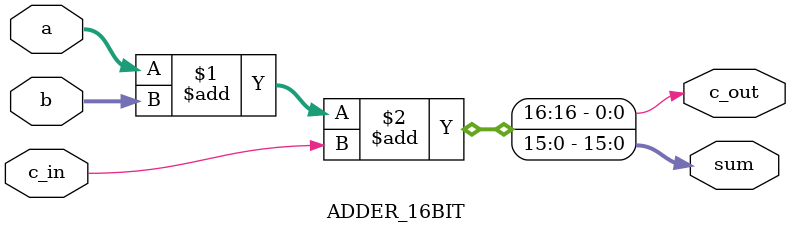
<source format=v>
`timescale 1ns / 1ps

module mean_datapath(data_in,select,load,data_out,clock);

input [15:0] data_in;
input [5:0] select;
input [2:0]load;
input clock;
output [15:0] data_out;  

wire [15:0] w[14:0] ;
wire c_out;

demux_1to2_16bit DEMUX1(data_in,select[0],w[0],w[7]);
mux_2to1_16bit MUX1(w[0],w[6],select[1],w[1]);
demux_1to2_16bit DEMUX2(w[1],select[2],w[2],w[8]);
mux_2to1_16bit MUX2(w[2],w[13],select[3],w[3]);
PIPO REG1(w[3],clock,load[2],w[4]);
demux_1to2_16bit DEMUX3(w[4],select[5],w[6],w[5]);
PIPO REG2(w[5],clock,load[0],data_out);

//SAU UNIT
shifter_1bit SHIFT1(clock,w[8],w[9]);
shifter_1bit SHIFT2(clock,w[7],w[10]);
mux_2to1_16bit MUX3(w[10],1'b0,select[4],w[11]);
ADDER_16BIT ADDER1(w[9],w[11],1'b0,w[12],c_out);

PIPO REG3(w[12],clock,load[1],w[13]);

endmodule



module mux_2to1_16bit(a,b,sel,data_out);


input [15:0] a;
input [15:0] b;
input sel;

output [15:0] data_out;

assign data_out = sel ? b:a;

endmodule



module demux_1to2_16bit(data_in,sel,out0,out1);

input [15:0] data_in;
input sel;
output reg [15:0] out0;
output reg [15:0] out1;

always @(*)
begin
case(sel)
    1'b0: begin
          out0 = data_in;
          out1 = 16'b0;
          end
    1'b1: begin
          out0 = 16'b0;
          out1 = data_in;
          end
endcase
end

endmodule

`timescale 1ns / 1ps

module PIPO(a,clock,load,reg_out);

parameter n = 15;

input [15:0] a;
input clock;
input load;
output reg [n:0] reg_out;

always @(posedge clock)
begin
    if(load)
    reg_out <= a;
end
endmodule

`timescale 1ns / 1ps

module shifter_1bit(clock,data_in,data_out);

input clock;
input [15:0] data_in;
output reg [15:0] data_out;

always@(posedge clock)
begin
data_out = data_in >> 1;   //right shift by 1 bit
end
endmodule

`timescale 1ns / 1ps

module ADDER_16BIT(a,b,c_in,sum,c_out);

input [15:0] a;
input [15:0] b;
input c_in;

output [15:0] sum;
output c_out;

assign {c_out,sum} = a+b+c_in;

endmodule





</source>
